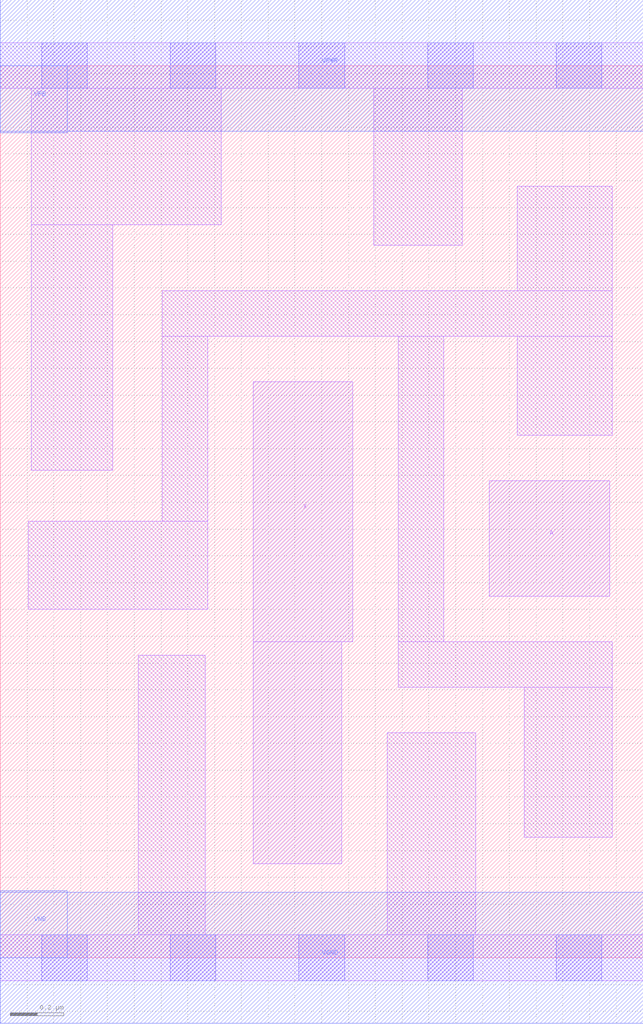
<source format=lef>
# Copyright 2020 The SkyWater PDK Authors
#
# Licensed under the Apache License, Version 2.0 (the "License");
# you may not use this file except in compliance with the License.
# You may obtain a copy of the License at
#
#     https://www.apache.org/licenses/LICENSE-2.0
#
# Unless required by applicable law or agreed to in writing, software
# distributed under the License is distributed on an "AS IS" BASIS,
# WITHOUT WARRANTIES OR CONDITIONS OF ANY KIND, either express or implied.
# See the License for the specific language governing permissions and
# limitations under the License.
#
# SPDX-License-Identifier: Apache-2.0

VERSION 5.5 ;
NAMESCASESENSITIVE ON ;
BUSBITCHARS "[]" ;
DIVIDERCHAR "/" ;
MACRO sky130_fd_sc_hs__buf_2
  CLASS CORE ;
  SOURCE USER ;
  ORIGIN  0.000000  0.000000 ;
  SIZE  2.400000 BY  3.330000 ;
  SYMMETRY X Y ;
  SITE unit ;
  PIN A
    ANTENNAGATEAREA  0.246000 ;
    DIRECTION INPUT ;
    USE SIGNAL ;
    PORT
      LAYER li1 ;
        RECT 1.825000 1.350000 2.275000 1.780000 ;
    END
  END A
  PIN X
    ANTENNADIFFAREA  0.543200 ;
    DIRECTION OUTPUT ;
    USE SIGNAL ;
    PORT
      LAYER li1 ;
        RECT 0.945000 0.350000 1.275000 1.180000 ;
        RECT 0.945000 1.180000 1.315000 2.150000 ;
    END
  END X
  PIN VGND
    DIRECTION INOUT ;
    USE GROUND ;
    PORT
      LAYER met1 ;
        RECT 0.000000 -0.245000 2.400000 0.245000 ;
    END
  END VGND
  PIN VNB
    DIRECTION INOUT ;
    USE GROUND ;
    PORT
      LAYER met1 ;
        RECT 0.000000 0.000000 0.250000 0.250000 ;
    END
  END VNB
  PIN VPB
    DIRECTION INOUT ;
    USE POWER ;
    PORT
      LAYER met1 ;
        RECT 0.000000 3.080000 0.250000 3.330000 ;
    END
  END VPB
  PIN VPWR
    DIRECTION INOUT ;
    USE POWER ;
    PORT
      LAYER met1 ;
        RECT 0.000000 3.085000 2.400000 3.575000 ;
    END
  END VPWR
  OBS
    LAYER li1 ;
      RECT 0.000000 -0.085000 2.400000 0.085000 ;
      RECT 0.000000  3.245000 2.400000 3.415000 ;
      RECT 0.105000  1.300000 0.775000 1.630000 ;
      RECT 0.115000  1.820000 0.420000 2.735000 ;
      RECT 0.115000  2.735000 0.825000 3.245000 ;
      RECT 0.515000  0.085000 0.765000 1.130000 ;
      RECT 0.605000  1.630000 0.775000 2.320000 ;
      RECT 0.605000  2.320000 2.285000 2.490000 ;
      RECT 1.395000  2.660000 1.725000 3.245000 ;
      RECT 1.445000  0.085000 1.775000 0.840000 ;
      RECT 1.485000  1.010000 2.285000 1.180000 ;
      RECT 1.485000  1.180000 1.655000 2.320000 ;
      RECT 1.930000  1.950000 2.285000 2.320000 ;
      RECT 1.930000  2.490000 2.285000 2.880000 ;
      RECT 1.955000  0.450000 2.285000 1.010000 ;
    LAYER mcon ;
      RECT 0.155000 -0.085000 0.325000 0.085000 ;
      RECT 0.155000  3.245000 0.325000 3.415000 ;
      RECT 0.635000 -0.085000 0.805000 0.085000 ;
      RECT 0.635000  3.245000 0.805000 3.415000 ;
      RECT 1.115000 -0.085000 1.285000 0.085000 ;
      RECT 1.115000  3.245000 1.285000 3.415000 ;
      RECT 1.595000 -0.085000 1.765000 0.085000 ;
      RECT 1.595000  3.245000 1.765000 3.415000 ;
      RECT 2.075000 -0.085000 2.245000 0.085000 ;
      RECT 2.075000  3.245000 2.245000 3.415000 ;
  END
END sky130_fd_sc_hs__buf_2

</source>
